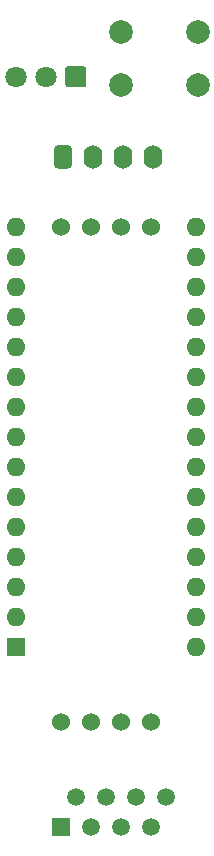
<source format=gbl>
%TF.GenerationSoftware,KiCad,Pcbnew,(5.1.10-1-10_14)*%
%TF.CreationDate,2021-11-05T10:02:52+11:00*%
%TF.ProjectId,bkm10iRduino_shield,626b6d31-3069-4526-9475-696e6f5f7368,rev?*%
%TF.SameCoordinates,Original*%
%TF.FileFunction,Copper,L4,Bot*%
%TF.FilePolarity,Positive*%
%FSLAX46Y46*%
G04 Gerber Fmt 4.6, Leading zero omitted, Abs format (unit mm)*
G04 Created by KiCad (PCBNEW (5.1.10-1-10_14)) date 2021-11-05 10:02:52*
%MOMM*%
%LPD*%
G01*
G04 APERTURE LIST*
%TA.AperFunction,ComponentPad*%
%ADD10C,1.524000*%
%TD*%
%TA.AperFunction,ComponentPad*%
%ADD11O,1.600000X1.600000*%
%TD*%
%TA.AperFunction,ComponentPad*%
%ADD12R,1.600000X1.600000*%
%TD*%
%TA.AperFunction,ComponentPad*%
%ADD13C,2.000000*%
%TD*%
%TA.AperFunction,ComponentPad*%
%ADD14C,1.800000*%
%TD*%
%TA.AperFunction,ComponentPad*%
%ADD15C,1.500000*%
%TD*%
%TA.AperFunction,ComponentPad*%
%ADD16R,1.500000X1.500000*%
%TD*%
%TA.AperFunction,ComponentPad*%
%ADD17O,1.600000X2.000000*%
%TD*%
G04 APERTURE END LIST*
D10*
%TO.P,U2,5*%
%TO.N,GND*%
X163830000Y-110490000D03*
%TO.P,U2,7*%
%TO.N,Net-(J1-Pad7)*%
X166370000Y-110490000D03*
%TO.P,U2,6*%
%TO.N,Net-(J1-Pad2)*%
X168910000Y-110490000D03*
%TO.P,U2,8*%
%TO.N,VCC*%
X171450000Y-110490000D03*
%TO.P,U2,4*%
%TO.N,RS485_TX*%
X163830000Y-68580000D03*
%TO.P,U2,3*%
%TO.N,RS485_TX_ENABLE*%
X166370000Y-68580000D03*
%TO.P,U2,2*%
%TO.N,Net-(U2-Pad2)*%
X168910000Y-68580000D03*
%TO.P,U2,1*%
%TO.N,Net-(U2-Pad1)*%
X171450000Y-68580000D03*
%TD*%
D11*
%TO.P,A1,16*%
%TO.N,Net-(A1-Pad16)*%
X175260000Y-68580000D03*
%TO.P,A1,15*%
%TO.N,Net-(A1-Pad15)*%
X160020000Y-68580000D03*
%TO.P,A1,30*%
%TO.N,VCC*%
X175260000Y-104140000D03*
%TO.P,A1,14*%
%TO.N,Net-(A1-Pad14)*%
X160020000Y-71120000D03*
%TO.P,A1,29*%
%TO.N,GND*%
X175260000Y-101600000D03*
%TO.P,A1,13*%
%TO.N,Net-(A1-Pad13)*%
X160020000Y-73660000D03*
%TO.P,A1,28*%
%TO.N,Net-(A1-Pad28)*%
X175260000Y-99060000D03*
%TO.P,A1,12*%
%TO.N,Net-(A1-Pad12)*%
X160020000Y-76200000D03*
%TO.P,A1,27*%
%TO.N,Net-(A1-Pad27)*%
X175260000Y-96520000D03*
%TO.P,A1,11*%
%TO.N,Net-(A1-Pad11)*%
X160020000Y-78740000D03*
%TO.P,A1,26*%
%TO.N,Net-(A1-Pad26)*%
X175260000Y-93980000D03*
%TO.P,A1,10*%
%TO.N,IR_OUT*%
X160020000Y-81280000D03*
%TO.P,A1,25*%
%TO.N,Net-(A1-Pad25)*%
X175260000Y-91440000D03*
%TO.P,A1,9*%
%TO.N,Net-(A1-Pad9)*%
X160020000Y-83820000D03*
%TO.P,A1,24*%
%TO.N,Net-(A1-Pad24)*%
X175260000Y-88900000D03*
%TO.P,A1,8*%
%TO.N,Net-(A1-Pad8)*%
X160020000Y-86360000D03*
%TO.P,A1,23*%
%TO.N,Net-(A1-Pad23)*%
X175260000Y-86360000D03*
%TO.P,A1,7*%
%TO.N,~LEARN_BUTTON_IN*%
X160020000Y-88900000D03*
%TO.P,A1,22*%
%TO.N,Net-(A1-Pad22)*%
X175260000Y-83820000D03*
%TO.P,A1,6*%
%TO.N,Net-(A1-Pad6)*%
X160020000Y-91440000D03*
%TO.P,A1,21*%
%TO.N,Net-(A1-Pad21)*%
X175260000Y-81280000D03*
%TO.P,A1,5*%
%TO.N,RS485_TX_ENABLE*%
X160020000Y-93980000D03*
%TO.P,A1,20*%
%TO.N,Net-(A1-Pad20)*%
X175260000Y-78740000D03*
%TO.P,A1,4*%
%TO.N,GND*%
X160020000Y-96520000D03*
%TO.P,A1,19*%
%TO.N,Net-(A1-Pad19)*%
X175260000Y-76200000D03*
%TO.P,A1,3*%
%TO.N,Net-(A1-Pad3)*%
X160020000Y-99060000D03*
%TO.P,A1,18*%
%TO.N,Net-(A1-Pad18)*%
X175260000Y-73660000D03*
%TO.P,A1,2*%
%TO.N,Net-(A1-Pad2)*%
X160020000Y-101600000D03*
%TO.P,A1,17*%
%TO.N,Net-(A1-Pad17)*%
X175260000Y-71120000D03*
D12*
%TO.P,A1,1*%
%TO.N,RS485_TX*%
X160020000Y-104140000D03*
%TD*%
D13*
%TO.P,SW1,1*%
%TO.N,GND*%
X175410000Y-52070000D03*
%TO.P,SW1,2*%
%TO.N,~LEARN_BUTTON_IN*%
X175410000Y-56570000D03*
%TO.P,SW1,1*%
%TO.N,GND*%
X168910000Y-52070000D03*
%TO.P,SW1,2*%
%TO.N,~LEARN_BUTTON_IN*%
X168910000Y-56570000D03*
%TD*%
D14*
%TO.P,U1,3*%
%TO.N,VCC*%
X160020000Y-55880000D03*
%TO.P,U1,2*%
%TO.N,GND*%
X162560000Y-55880000D03*
%TO.P,U1,1*%
%TO.N,IR_OUT*%
%TA.AperFunction,ComponentPad*%
G36*
G01*
X166000000Y-55228400D02*
X166000000Y-56531600D01*
G75*
G02*
X165751600Y-56780000I-248400J0D01*
G01*
X164448400Y-56780000D01*
G75*
G02*
X164200000Y-56531600I0J248400D01*
G01*
X164200000Y-55228400D01*
G75*
G02*
X164448400Y-54980000I248400J0D01*
G01*
X165751600Y-54980000D01*
G75*
G02*
X166000000Y-55228400I0J-248400D01*
G01*
G37*
%TD.AperFunction*%
%TD*%
D15*
%TO.P,J1,8*%
%TO.N,Net-(J1-Pad8)*%
X172720000Y-116840000D03*
%TO.P,J1,7*%
%TO.N,Net-(J1-Pad7)*%
X171450000Y-119380000D03*
%TO.P,J1,6*%
%TO.N,GND*%
X170180000Y-116840000D03*
%TO.P,J1,5*%
%TO.N,VCC*%
X168910000Y-119380000D03*
%TO.P,J1,4*%
%TO.N,GND*%
X167640000Y-116840000D03*
%TO.P,J1,3*%
%TO.N,Net-(J1-Pad3)*%
X166370000Y-119380000D03*
%TO.P,J1,2*%
%TO.N,Net-(J1-Pad2)*%
X165100000Y-116840000D03*
D16*
%TO.P,J1,1*%
%TO.N,GND*%
X163830000Y-119380000D03*
%TD*%
D17*
%TO.P,Brd1,2*%
%TO.N,VCC*%
X166560000Y-62670000D03*
%TO.P,Brd1,1*%
%TO.N,GND*%
%TA.AperFunction,ComponentPad*%
G36*
G01*
X163620000Y-61670000D02*
X164420000Y-61670000D01*
G75*
G02*
X164820000Y-62070000I0J-400000D01*
G01*
X164820000Y-63270000D01*
G75*
G02*
X164420000Y-63670000I-400000J0D01*
G01*
X163620000Y-63670000D01*
G75*
G02*
X163220000Y-63270000I0J400000D01*
G01*
X163220000Y-62070000D01*
G75*
G02*
X163620000Y-61670000I400000J0D01*
G01*
G37*
%TD.AperFunction*%
%TO.P,Brd1,3*%
%TO.N,Net-(A1-Pad24)*%
X169100000Y-62670000D03*
%TO.P,Brd1,4*%
%TO.N,Net-(A1-Pad23)*%
X171640000Y-62670000D03*
%TD*%
M02*

</source>
